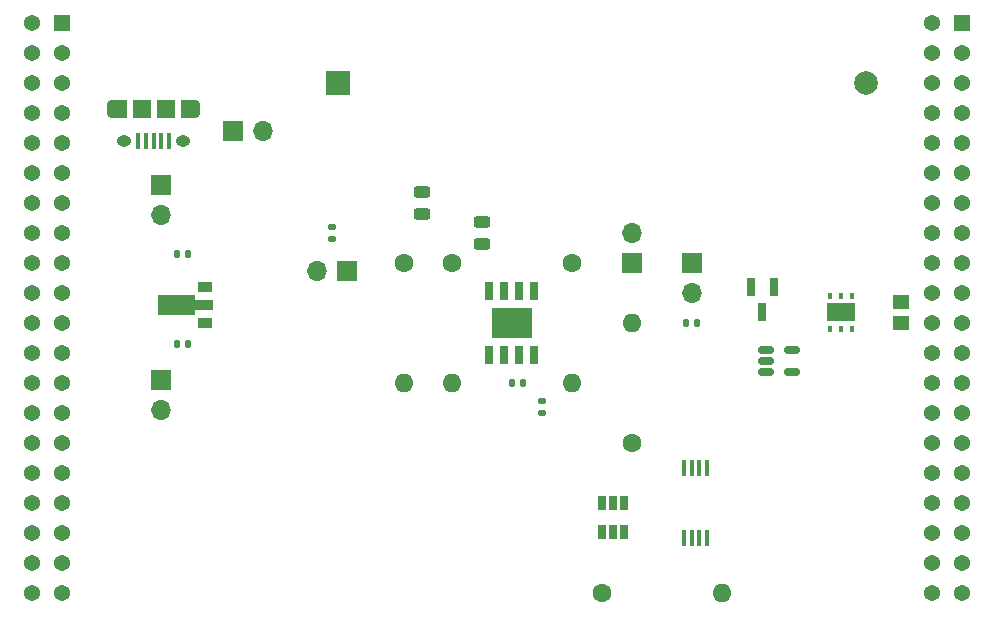
<source format=gbr>
%TF.GenerationSoftware,KiCad,Pcbnew,(7.0.0)*%
%TF.CreationDate,2023-03-20T21:56:37+02:00*%
%TF.ProjectId,overall scematic,6f766572-616c-46c2-9073-63656d617469,rev?*%
%TF.SameCoordinates,Original*%
%TF.FileFunction,Soldermask,Top*%
%TF.FilePolarity,Negative*%
%FSLAX46Y46*%
G04 Gerber Fmt 4.6, Leading zero omitted, Abs format (unit mm)*
G04 Created by KiCad (PCBNEW (7.0.0)) date 2023-03-20 21:56:37*
%MOMM*%
%LPD*%
G01*
G04 APERTURE LIST*
G04 Aperture macros list*
%AMRoundRect*
0 Rectangle with rounded corners*
0 $1 Rounding radius*
0 $2 $3 $4 $5 $6 $7 $8 $9 X,Y pos of 4 corners*
0 Add a 4 corners polygon primitive as box body*
4,1,4,$2,$3,$4,$5,$6,$7,$8,$9,$2,$3,0*
0 Add four circle primitives for the rounded corners*
1,1,$1+$1,$2,$3*
1,1,$1+$1,$4,$5*
1,1,$1+$1,$6,$7*
1,1,$1+$1,$8,$9*
0 Add four rect primitives between the rounded corners*
20,1,$1+$1,$2,$3,$4,$5,0*
20,1,$1+$1,$4,$5,$6,$7,0*
20,1,$1+$1,$6,$7,$8,$9,0*
20,1,$1+$1,$8,$9,$2,$3,0*%
%AMFreePoly0*
4,1,9,3.862500,-0.866500,0.737500,-0.866500,0.737500,-0.450000,-0.737500,-0.450000,-0.737500,0.450000,0.737500,0.450000,0.737500,0.866500,3.862500,0.866500,3.862500,-0.866500,3.862500,-0.866500,$1*%
G04 Aperture macros list end*
%ADD10R,1.700000X1.700000*%
%ADD11O,1.700000X1.700000*%
%ADD12R,0.450000X1.475000*%
%ADD13R,3.402000X2.513000*%
%ADD14R,0.700000X1.525000*%
%ADD15R,0.650000X1.200000*%
%ADD16R,2.000000X2.000000*%
%ADD17C,2.000000*%
%ADD18C,1.600000*%
%ADD19O,1.600000X1.600000*%
%ADD20RoundRect,0.150000X-0.512500X-0.150000X0.512500X-0.150000X0.512500X0.150000X-0.512500X0.150000X0*%
%ADD21RoundRect,0.140000X0.140000X0.170000X-0.140000X0.170000X-0.140000X-0.170000X0.140000X-0.170000X0*%
%ADD22R,1.300000X0.900000*%
%ADD23FreePoly0,180.000000*%
%ADD24RoundRect,0.140000X0.170000X-0.140000X0.170000X0.140000X-0.170000X0.140000X-0.170000X-0.140000X0*%
%ADD25O,0.890000X1.550000*%
%ADD26R,1.200000X1.550000*%
%ADD27O,1.250000X0.950000*%
%ADD28R,1.500000X1.550000*%
%ADD29R,0.400000X1.350000*%
%ADD30R,2.400000X1.500000*%
%ADD31R,0.400000X0.600000*%
%ADD32RoundRect,0.135000X-0.185000X0.135000X-0.185000X-0.135000X0.185000X-0.135000X0.185000X0.135000X0*%
%ADD33RoundRect,0.140000X-0.140000X-0.170000X0.140000X-0.170000X0.140000X0.170000X-0.140000X0.170000X0*%
%ADD34RoundRect,0.243750X-0.456250X0.243750X-0.456250X-0.243750X0.456250X-0.243750X0.456250X0.243750X0*%
%ADD35RoundRect,0.070000X-0.300000X0.650000X-0.300000X-0.650000X0.300000X-0.650000X0.300000X0.650000X0*%
%ADD36RoundRect,0.243750X0.456250X-0.243750X0.456250X0.243750X-0.456250X0.243750X-0.456250X-0.243750X0*%
%ADD37R,1.450000X1.150000*%
%ADD38R,1.370000X1.370000*%
%ADD39C,1.370000*%
G04 APERTURE END LIST*
D10*
%TO.C,J11*%
X124459999Y-53339999D03*
D11*
X124459999Y-55879999D03*
%TD*%
D12*
%TO.C,Q1*%
X123809999Y-76597999D03*
X124459999Y-76597999D03*
X125109999Y-76597999D03*
X125759999Y-76597999D03*
X125759999Y-70721999D03*
X125109999Y-70721999D03*
X124459999Y-70721999D03*
X123809999Y-70721999D03*
%TD*%
D13*
%TO.C,J3*%
X109219999Y-58419999D03*
D14*
X111124999Y-61131999D03*
X109854999Y-61131999D03*
X108584999Y-61131999D03*
X107314999Y-61131999D03*
X107314999Y-55707999D03*
X108584999Y-55707999D03*
X109854999Y-55707999D03*
X111124999Y-55707999D03*
%TD*%
D15*
%TO.C,IC1*%
X116839999Y-76159999D03*
X117789999Y-76159999D03*
X118739999Y-76159999D03*
X118739999Y-73659999D03*
X117789999Y-73659999D03*
X116839999Y-73659999D03*
%TD*%
D10*
%TO.C,J4*%
X79484999Y-46729999D03*
D11*
X79484999Y-49269999D03*
%TD*%
D16*
%TO.C,BT1*%
X94539999Y-38099999D03*
D17*
X139240000Y-38100000D03*
%TD*%
D18*
%TO.C,R3*%
X104140000Y-53340000D03*
D19*
X104139999Y-63499999D03*
%TD*%
D11*
%TO.C,J2*%
X88154999Y-42184999D03*
D10*
X85614999Y-42184999D03*
%TD*%
D20*
%TO.C,U2*%
X130705000Y-60700000D03*
X130705000Y-61650000D03*
X130705000Y-62600000D03*
X132980000Y-62600000D03*
X132980000Y-60700000D03*
%TD*%
D21*
%TO.C,C2*%
X80840000Y-52605000D03*
X81800000Y-52605000D03*
%TD*%
D19*
%TO.C,R6*%
X119379999Y-58419999D03*
D18*
X119380000Y-68580000D03*
%TD*%
D22*
%TO.C,U1*%
X83269999Y-58389999D03*
D23*
X83182500Y-56890000D03*
D22*
X83269999Y-55389999D03*
%TD*%
D10*
%TO.C,J5*%
X95254999Y-54044999D03*
D11*
X92714999Y-54044999D03*
%TD*%
D19*
%TO.C,R1*%
X114299999Y-63499999D03*
D18*
X114300000Y-53340000D03*
%TD*%
%TO.C,R5*%
X116840000Y-81280000D03*
D19*
X126999999Y-81279999D03*
%TD*%
D10*
%TO.C,J10*%
X119379999Y-53339999D03*
D11*
X119379999Y-50799999D03*
%TD*%
D24*
%TO.C,C4*%
X93980000Y-50320000D03*
X93980000Y-51280000D03*
%TD*%
D25*
%TO.C,J1*%
X75409999Y-40349999D03*
D26*
X76009999Y-40349999D03*
D27*
X76409999Y-43049999D03*
D28*
X77909999Y-40349999D03*
X79909999Y-40349999D03*
D27*
X81409999Y-43049999D03*
D26*
X81809999Y-40349999D03*
D25*
X82409999Y-40349999D03*
D29*
X77609999Y-43049999D03*
X78259999Y-43049999D03*
X78909999Y-43049999D03*
X79559999Y-43049999D03*
X80209999Y-43049999D03*
%TD*%
D30*
%TO.C,U4*%
X137109999Y-57519999D03*
D31*
X136159999Y-56119999D03*
X137109999Y-56119999D03*
X138059999Y-56119999D03*
X138059999Y-58919999D03*
X137109999Y-58919999D03*
X136159999Y-58919999D03*
%TD*%
D32*
%TO.C,R2*%
X111760000Y-65020000D03*
X111760000Y-66040000D03*
%TD*%
D33*
%TO.C,C3*%
X80840000Y-60225000D03*
X81800000Y-60225000D03*
%TD*%
D34*
%TO.C,D1*%
X106680000Y-49862500D03*
X106680000Y-51737500D03*
%TD*%
D35*
%TO.C,U5*%
X131390000Y-55420000D03*
X129490000Y-55420000D03*
X130440000Y-57520000D03*
%TD*%
D18*
%TO.C,R4*%
X100090000Y-53340000D03*
D19*
X100089999Y-63499999D03*
%TD*%
D36*
%TO.C,D2*%
X101600000Y-49197500D03*
X101600000Y-47322500D03*
%TD*%
D21*
%TO.C,C1*%
X110180000Y-63500000D03*
X109220000Y-63500000D03*
%TD*%
D37*
%TO.C,C5*%
X142189999Y-58419999D03*
X142189999Y-56619999D03*
%TD*%
D38*
%TO.C,J8*%
X147319999Y-33019999D03*
D39*
X144780000Y-33020000D03*
X147320000Y-35560000D03*
X144780000Y-35560000D03*
X147320000Y-38100000D03*
X144780000Y-38100000D03*
X147320000Y-40640000D03*
X144780000Y-40640000D03*
X147320000Y-43180000D03*
X144780000Y-43180000D03*
X147320000Y-45720000D03*
X144780000Y-45720000D03*
X147320000Y-48260000D03*
X144780000Y-48260000D03*
X147320000Y-50800000D03*
X144780000Y-50800000D03*
X147320000Y-53340000D03*
X144780000Y-53340000D03*
X147320000Y-55880000D03*
X144780000Y-55880000D03*
X147320000Y-58420000D03*
X144780000Y-58420000D03*
X147320000Y-60960000D03*
X144780000Y-60960000D03*
X147320000Y-63500000D03*
X144780000Y-63500000D03*
X147320000Y-66040000D03*
X144780000Y-66040000D03*
X147320000Y-68580000D03*
X144780000Y-68580000D03*
X147320000Y-71120000D03*
X144780000Y-71120000D03*
X147320000Y-73660000D03*
X144780000Y-73660000D03*
X147320000Y-76200000D03*
X144780000Y-76200000D03*
X147320000Y-78740000D03*
X144780000Y-78740000D03*
X147320000Y-81280000D03*
X144780000Y-81280000D03*
%TD*%
D38*
%TO.C,J9*%
X71119999Y-33019999D03*
D39*
X68580000Y-33020000D03*
X71120000Y-35560000D03*
X68580000Y-35560000D03*
X71120000Y-38100000D03*
X68580000Y-38100000D03*
X71120000Y-40640000D03*
X68580000Y-40640000D03*
X71120000Y-43180000D03*
X68580000Y-43180000D03*
X71120000Y-45720000D03*
X68580000Y-45720000D03*
X71120000Y-48260000D03*
X68580000Y-48260000D03*
X71120000Y-50800000D03*
X68580000Y-50800000D03*
X71120000Y-53340000D03*
X68580000Y-53340000D03*
X71120000Y-55880000D03*
X68580000Y-55880000D03*
X71120000Y-58420000D03*
X68580000Y-58420000D03*
X71120000Y-60960000D03*
X68580000Y-60960000D03*
X71120000Y-63500000D03*
X68580000Y-63500000D03*
X71120000Y-66040000D03*
X68580000Y-66040000D03*
X71120000Y-68580000D03*
X68580000Y-68580000D03*
X71120000Y-71120000D03*
X68580000Y-71120000D03*
X71120000Y-73660000D03*
X68580000Y-73660000D03*
X71120000Y-76200000D03*
X68580000Y-76200000D03*
X71120000Y-78740000D03*
X68580000Y-78740000D03*
X71120000Y-81280000D03*
X68580000Y-81280000D03*
%TD*%
D33*
%TO.C,C6*%
X123980000Y-58420000D03*
X124940000Y-58420000D03*
%TD*%
D10*
%TO.C,J6*%
X79484999Y-63244999D03*
D11*
X79484999Y-65784999D03*
%TD*%
M02*

</source>
